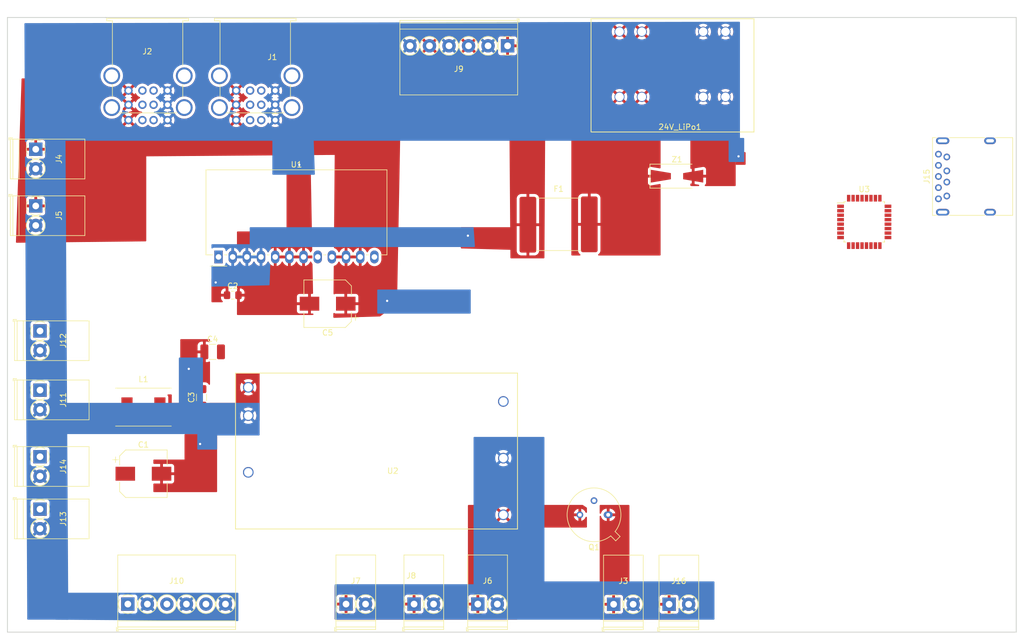
<source format=kicad_pcb>
(kicad_pcb (version 20221018) (generator pcbnew)
  (layers (0 "F.Cu" signal) (31 "B.Cu" signal) (34 "B.Paste" user) (35 "F.Paste" user) (36 "B.SilkS" user "B.Silkscreen") (37 "F.SilkS" user "F.Silkscreen") (38 "B.Mask" user) (39 "F.Mask" user) (44 "Edge.Cuts" user))
  (net 0 "")
  (net 1 "Net-(24V_LiPo1-Pad1)")
  (net 2 "GND")
  (net 3 "24v")
  (net 4 "Net-(C3-Pad1)")
  (net 5 "12v-")
  (net 6 "5v+")
  (net 7 "Net-(J1-Pad2)")
  (net 8 "Net-(J1-Pad3)")
  (net 9 "Net-(J1-Pad5)")
  (net 10 "Net-(J2-Pad2)")
  (net 11 "Net-(J2-Pad3)")
  (net 12 "Net-(J2-Pad5)")
  (net 13 "Net-(J16-Pad1)")
  (net 14 "12v+")
  (net 15 "SDA0_B")
  (net 16 "SDA1_B")
  (net 17 "SCL1_B")
  (net 18 "Net-(J15-Pad10)")
  (footprint "PowerBoardV5:Molex_80A" (layer "F.Cu") (at 142.494 34.036)
    (fp_text reference "24V_LiPo1" (at 10.824 5.412) (layer "F.SilkS"))
    (fp_text value "Battery")
    (pad "1" thru_hole circle (at 0 -11.68) (size 1.8 1.8) (drill 1.52) (layers "*.Cu" "*.Mask") (net 1 "Net-(24V_LiPo1-Pad1)"))
    (pad "1" thru_hole circle (at 0 0) (size 1.8 1.8) (drill 1.52) (layers "*.Cu" "*.Mask") (net 1 "Net-(24V_LiPo1-Pad1)"))
    (pad "1" thru_hole circle (at 4 -11.68) (size 1.8 1.8) (drill 1.52) (layers "*.Cu" "*.Mask") (net 1 "Net-(24V_LiPo1-Pad1)"))
    (pad "1" thru_hole circle (at 4 0) (size 1.8 1.8) (drill 1.52) (layers "*.Cu" "*.Mask") (net 1 "Net-(24V_LiPo1-Pad1)"))
    (pad "2" thru_hole circle (at 15 -11.68) (size 1.8 1.8) (drill 1.52) (layers "*.Cu" "*.Mask") (net 2 "GND"))
    (pad "2" thru_hole circle (at 15 0) (size 1.8 1.8) (drill 1.52) (layers "*.Cu" "*.Mask") (net 2 "GND"))
    (pad "2" thru_hole circle (at 19 -11.68) (size 1.8 1.8) (drill 1.52) (layers "*.Cu" "*.Mask") (net 2 "GND"))
    (pad "2" thru_hole circle (at 19 0) (size 1.8 1.8) (drill 1.52) (layers "*.Cu" "*.Mask") (net 2 "GND"))
  )
  (footprint "Capacitor_SMD:CP_Elec_8x10" (layer "F.Cu") (at 57.15 101.6)
    (fp_text reference "C1" (at 0 -5.2) (layer "F.SilkS"))
    (fp_text value "100uF")
    (pad "1" smd rect (at -3.25 0) (size 3.5 2.5) (layers "F.Cu" "F.Paste" "F.Mask") (net 3 "24v"))
    (pad "2" smd rect (at 3.25 0) (size 3.5 2.5) (layers "F.Cu" "F.Paste" "F.Mask") (net 2 "GND"))
  )
  (footprint "Capacitor_SMD:C_0805_2012Metric_Pad1.15x1.40mm_HandSolder" (layer "F.Cu") (at 73.161 69.596)
    (fp_text reference "C2" (at 0 -1.65) (layer "F.SilkS"))
    (fp_text value "1uF")
    (pad "1" smd roundrect (at -1.025 0) (size 1.15 1.4) (layers "F.Cu" "F.Paste" "F.Mask") (roundrect_rratio 0.217391) (net 3 "24v"))
    (pad "2" smd roundrect (at 1.025 0) (size 1.15 1.4) (layers "F.Cu" "F.Paste" "F.Mask") (roundrect_rratio 0.217391) (net 2 "GND"))
  )
  (footprint "Capacitor_SMD:C_1206_3216Metric_Pad1.42x1.75mm_HandSolder" (layer "F.Cu") (at 67.564 87.9205 90)
    (fp_text reference "C3" (at 0 -1.82 90) (layer "F.SilkS"))
    (fp_text value "6.8uF")
    (pad "1" smd roundrect (at -1.4875 0 90) (size 1.425 1.75) (layers "F.Cu" "F.Paste" "F.Mask") (roundrect_rratio 0.175439) (net 4 "Net-(C3-Pad1)"))
    (pad "2" smd roundrect (at 1.4875 0 90) (size 1.425 1.75) (layers "F.Cu" "F.Paste" "F.Mask") (roundrect_rratio 0.175439) (net 2 "GND"))
  )
  (footprint "Capacitor_SMD:C_1210_3225Metric_Pad1.42x2.65mm_HandSolder" (layer "F.Cu") (at 69.5595 79.756)
    (fp_text reference "C4" (at 0 -2.28) (layer "F.SilkS"))
    (fp_text value "6.8nF")
    (pad "1" smd roundrect (at -1.4875 0) (size 1.425 2.65) (layers "F.Cu" "F.Paste" "F.Mask") (roundrect_rratio 0.175439) (net 2 "GND"))
    (pad "2" smd roundrect (at 1.4875 0) (size 1.425 2.65) (layers "F.Cu" "F.Paste" "F.Mask") (roundrect_rratio 0.175439) (net 5 "12v-"))
  )
  (footprint "Capacitor_SMD:CP_Elec_8x10" (layer "F.Cu") (at 90.17 71.12 180)
    (fp_text reference "C5" (at 0 -5.2 180) (layer "F.SilkS"))
    (fp_text value "100uF")
    (pad "1" smd rect (at -3.25 0 180) (size 3.5 2.5) (layers "F.Cu" "F.Paste" "F.Mask") (net 6 "5v+"))
    (pad "2" smd rect (at 3.25 0 180) (size 3.5 2.5) (layers "F.Cu" "F.Paste" "F.Mask") (net 2 "GND"))
  )
  (footprint "PowerBoardV5:80A_SMD_Fuse" (layer "F.Cu") (at 131.572 56.896)
    (fp_text reference "F1" (at 0 -6.35) (layer "F.SilkS"))
    (fp_text value "80A")
    (pad "1" smd roundrect (at -5.5 0.0635) (size 3 10) (layers "F.Cu" "F.Paste" "F.Mask") (roundrect_rratio 0.119) (net 3 "24v"))
    (pad "2" smd roundrect (at 5.5 0) (size 3 10) (layers "F.Cu" "F.Paste" "F.Mask") (roundrect_rratio 0.119) (net 1 "Net-(24V_LiPo1-Pad1)"))
  )
  (footprint "PowerBoardV5:USB_A_PowerONLY_3Stacked" (layer "F.Cu") (at 80.772 35.56)
    (fp_text reference "J1" (at -0.508 -8.636) (layer "F.SilkS"))
    (fp_text value "Pi+Jet")
    (pad "1" thru_hole circle (at -7 -2.65 180) (size 1.5 1.5) (drill 0.92) (layers "*.Cu" "*.Mask") (net 6 "5v+"))
    (pad "1" thru_hole circle (at -7 -0.1016 180) (size 1.5 1.5) (drill 0.92) (layers "*.Cu" "*.Mask") (net 6 "5v+"))
    (pad "1" thru_hole circle (at -7 2.65 180) (size 1.5 1.5) (drill 0.92) (layers "*.Cu" "*.Mask") (net 6 "5v+"))
    (pad "2" thru_hole circle (at -4.5 -2.65 180) (size 1.5 1.5) (drill 0.92) (layers "*.Cu" "*.Mask") (net 7 "Net-(J1-Pad2)"))
    (pad "2" thru_hole circle (at -4.5 -0.1016 180) (size 1.5 1.5) (drill 0.92) (layers "*.Cu" "*.Mask") (net 7 "Net-(J1-Pad2)"))
    (pad "2" thru_hole circle (at -4.5 2.65 180) (size 1.5 1.5) (drill 0.92) (layers "*.Cu" "*.Mask") (net 7 "Net-(J1-Pad2)"))
    (pad "3" thru_hole circle (at -2.5 -2.65 180) (size 1.5 1.5) (drill 0.92) (layers "*.Cu" "*.Mask") (net 8 "Net-(J1-Pad3)"))
    (pad "3" thru_hole circle (at -2.5 -0.1016 180) (size 1.5 1.5) (drill 0.92) (layers "*.Cu" "*.Mask") (net 8 "Net-(J1-Pad3)"))
    (pad "3" thru_hole circle (at -2.5 2.65 180) (size 1.5 1.5) (drill 0.92) (layers "*.Cu" "*.Mask") (net 8 "Net-(J1-Pad3)"))
    (pad "4" thru_hole circle (at 0 -2.65 180) (size 1.5 1.5) (drill 0.9) (layers "*.Cu" "*.Mask") (net 2 "GND"))
    (pad "4" thru_hole circle (at 0 -0.1016 180) (size 1.5 1.5) (drill 0.9) (layers "*.Cu" "*.Mask") (net 2 "GND"))
    (pad "4" thru_hole circle (at 0 2.65 180) (size 1.5 1.5) (drill 0.9) (layers "*.Cu" "*.Mask") (net 2 "GND"))
    (pad "5" thru_hole circle (at -10 -5.3 180) (size 3 3) (drill 2.3) (layers "*.Cu" "*.Mask") (net 9 "Net-(J1-Pad5)"))
    (pad "5" thru_hole circle (at -10 0.4 180) (size 3 3) (drill 2.3) (layers "*.Cu" "*.Mask") (net 9 "Net-(J1-Pad5)"))
    (pad "5" thru_hole circle (at 3 -5.3 180) (size 3 3) (drill 2.3) (layers "*.Cu" "*.Mask") (net 9 "Net-(J1-Pad5)"))
    (pad "5" thru_hole circle (at 3 0.4 180) (size 3 3) (drill 2.3) (layers "*.Cu" "*.Mask") (net 9 "Net-(J1-Pad5)"))
  )
  (footprint "PowerBoardV5:USB_A_PowerONLY_3Stacked" (layer "F.Cu") (at 61.468 35.56)
    (fp_text reference "J2" (at -3.6195 -9.652) (layer "F.SilkS"))
    (fp_text value "USB xtra")
    (pad "1" thru_hole circle (at -7 -2.65 180) (size 1.5 1.5) (drill 0.92) (layers "*.Cu" "*.Mask") (net 6 "5v+"))
    (pad "1" thru_hole circle (at -7 -0.1016 180) (size 1.5 1.5) (drill 0.92) (layers "*.Cu" "*.Mask") (net 6 "5v+"))
    (pad "1" thru_hole circle (at -7 2.65 180) (size 1.5 1.5) (drill 0.92) (layers "*.Cu" "*.Mask") (net 6 "5v+"))
    (pad "2" thru_hole circle (at -4.5 -2.65 180) (size 1.5 1.5) (drill 0.92) (layers "*.Cu" "*.Mask") (net 10 "Net-(J2-Pad2)"))
    (pad "2" thru_hole circle (at -4.5 -0.1016 180) (size 1.5 1.5) (drill 0.92) (layers "*.Cu" "*.Mask") (net 10 "Net-(J2-Pad2)"))
    (pad "2" thru_hole circle (at -4.5 2.65 180) (size 1.5 1.5) (drill 0.92) (layers "*.Cu" "*.Mask") (net 10 "Net-(J2-Pad2)"))
    (pad "3" thru_hole circle (at -2.5 -2.65 180) (size 1.5 1.5) (drill 0.92) (layers "*.Cu" "*.Mask") (net 11 "Net-(J2-Pad3)"))
    (pad "3" thru_hole circle (at -2.5 -0.1016 180) (size 1.5 1.5) (drill 0.92) (layers "*.Cu" "*.Mask") (net 11 "Net-(J2-Pad3)"))
    (pad "3" thru_hole circle (at -2.5 2.65 180) (size 1.5 1.5) (drill 0.92) (layers "*.Cu" "*.Mask") (net 11 "Net-(J2-Pad3)"))
    (pad "4" thru_hole circle (at 0 -2.65 180) (size 1.5 1.5) (drill 0.9) (layers "*.Cu" "*.Mask") (net 2 "GND"))
    (pad "4" thru_hole circle (at 0 -0.1016 180) (size 1.5 1.5) (drill 0.9) (layers "*.Cu" "*.Mask") (net 2 "GND"))
    (pad "4" thru_hole circle (at 0 2.65 180) (size 1.5 1.5) (drill 0.9) (layers "*.Cu" "*.Mask") (net 2 "GND"))
    (pad "5" thru_hole circle (at -10 -5.3 180) (size 3 3) (drill 2.3) (layers "*.Cu" "*.Mask") (net 12 "Net-(J2-Pad5)"))
    (pad "5" thru_hole circle (at -10 0.4 180) (size 3 3) (drill 2.3) (layers "*.Cu" "*.Mask") (net 12 "Net-(J2-Pad5)"))
    (pad "5" thru_hole circle (at 3 -5.3 180) (size 3 3) (drill 2.3) (layers "*.Cu" "*.Mask") (net 12 "Net-(J2-Pad5)"))
    (pad "5" thru_hole circle (at 3 0.4 180) (size 3 3) (drill 2.3) (layers "*.Cu" "*.Mask") (net 12 "Net-(J2-Pad5)"))
  )
  (footprint "PowerBoardV5:2Pos_Tilt_Pheonix" (layer "F.Cu") (at 141.438177 125.001364)
    (fp_text reference "J3" (at 1.75 -4.16) (layer "F.SilkS"))
    (fp_text value "Fans")
    (pad "1" thru_hole rect (at 0 0) (size 2.4 2.4) (drill 1.2) (layers "*.Cu" "*.Mask") (net 13 "Net-(J16-Pad1)"))
    (pad "2" thru_hole circle (at 3.5 0) (size 2.4 2.4) (drill 1.2) (layers "*.Cu" "*.Mask") (net 5 "12v-"))
  )
  (footprint "PowerBoardV5:2Pos_Tilt_Pheonix" (layer "F.Cu") (at 37.846 43.434 -90)
    (fp_text reference "J4" (at 1.75 -4.16 270) (layer "F.SilkS"))
    (fp_text value "5v xtra")
    (pad "1" thru_hole rect (at 0 0 270) (size 2.4 2.4) (drill 1.2) (layers "*.Cu" "*.Mask") (net 6 "5v+"))
    (pad "2" thru_hole circle (at 3.5 0 270) (size 2.4 2.4) (drill 1.2) (layers "*.Cu" "*.Mask") (net 2 "GND"))
  )
  (footprint "PowerBoardV5:2Pos_Tilt_Pheonix" (layer "F.Cu") (at 37.846 53.594 -90)
    (fp_text reference "J5" (at 1.75 -4.16 270) (layer "F.SilkS"))
    (fp_text value "5v xtra")
    (pad "1" thru_hole rect (at 0 0 270) (size 2.4 2.4) (drill 1.2) (layers "*.Cu" "*.Mask") (net 6 "5v+"))
    (pad "2" thru_hole circle (at 3.5 0 270) (size 2.4 2.4) (drill 1.2) (layers "*.Cu" "*.Mask") (net 2 "GND"))
  )
  (footprint "PowerBoardV5:2Pos_Tilt_Pheonix" (layer "F.Cu") (at 117.094 124.968)
    (fp_text reference "J6" (at 1.75 -4.16) (layer "F.SilkS"))
    (fp_text value "ETH")
    (pad "1" thru_hole rect (at 0 0) (size 2.4 2.4) (drill 1.2) (layers "*.Cu" "*.Mask") (net 14 "12v+"))
    (pad "2" thru_hole circle (at 3.5 0) (size 2.4 2.4) (drill 1.2) (layers "*.Cu" "*.Mask") (net 5 "12v-"))
  )
  (footprint "PowerBoardV5:2Pos_Tilt_Pheonix" (layer "F.Cu") (at 93.472 124.968)
    (fp_text reference "J7" (at 1.75 -4.16) (layer "F.SilkS"))
    (fp_text value "12v xtra")
    (pad "1" thru_hole rect (at 0 0) (size 2.4 2.4) (drill 1.2) (layers "*.Cu" "*.Mask") (net 14 "12v+"))
    (pad "2" thru_hole circle (at 3.5 0) (size 2.4 2.4) (drill 1.2) (layers "*.Cu" "*.Mask") (net 5 "12v-"))
  )
  (footprint "PowerBoardV5:2Pos_Tilt_Pheonix" (layer "F.Cu") (at 105.664 124.968)
    (fp_text reference "J8" (at -0.508 -5.08) (layer "F.SilkS"))
    (fp_text value "12v xtra")
    (pad "1" thru_hole rect (at 0 0) (size 2.4 2.4) (drill 1.2) (layers "*.Cu" "*.Mask") (net 14 "12v+"))
    (pad "2" thru_hole circle (at 3.5 0) (size 2.4 2.4) (drill 1.2) (layers "*.Cu" "*.Mask") (net 5 "12v-"))
  )
  (footprint "PowerBoardV5:6Pos_Tilt_Pheonix" (layer "F.Cu") (at 122.428 24.892 180)
    (fp_text reference "J9" (at 8.75 -4.16 180) (layer "F.SilkS"))
    (fp_text value "Motors Right terminal")
    (pad "1" thru_hole rect (at 0 0 180) (size 2.4 2.4) (drill 1.2) (layers "*.Cu" "*.Mask") (net 3 "24v"))
    (pad "2" thru_hole circle (at 3.5 0 180) (size 2.4 2.4) (drill 1.2) (layers "*.Cu" "*.Mask") (net 2 "GND"))
    (pad "3" thru_hole circle (at 7 0 180) (size 2.4 2.4) (drill 1.2) (layers "*.Cu" "*.Mask") (net 3 "24v"))
    (pad "4" thru_hole circle (at 10.5 0 180) (size 2.4 2.4) (drill 1.2) (layers "*.Cu" "*.Mask") (net 2 "GND"))
    (pad "5" thru_hole circle (at 14 0 180) (size 2.4 2.4) (drill 1.2) (layers "*.Cu" "*.Mask") (net 3 "24v"))
    (pad "6" thru_hole circle (at 17.5 0 180) (size 2.4 2.4) (drill 1.2) (layers "*.Cu" "*.Mask") (net 2 "GND"))
  )
  (footprint "PowerBoardV5:6Pos_Tilt_Pheonix" (layer "F.Cu") (at 54.356 124.968)
    (fp_text reference "J10" (at 8.75 -4.16) (layer "F.SilkS"))
    (fp_text value "Motors left terminal")
    (pad "1" thru_hole rect (at 0 0) (size 2.4 2.4) (drill 1.2) (layers "*.Cu" "*.Mask") (net 3 "24v"))
    (pad "2" thru_hole circle (at 3.5 0) (size 2.4 2.4) (drill 1.2) (layers "*.Cu" "*.Mask") (net 2 "GND"))
    (pad "3" thru_hole circle (at 7 0) (size 2.4 2.4) (drill 1.2) (layers "*.Cu" "*.Mask") (net 3 "24v"))
    (pad "4" thru_hole circle (at 10.5 0) (size 2.4 2.4) (drill 1.2) (layers "*.Cu" "*.Mask") (net 2 "GND"))
    (pad "5" thru_hole circle (at 14 0) (size 2.4 2.4) (drill 1.2) (layers "*.Cu" "*.Mask") (net 3 "24v"))
    (pad "6" thru_hole circle (at 17.5 0) (size 2.4 2.4) (drill 1.2) (layers "*.Cu" "*.Mask") (net 2 "GND"))
  )
  (footprint "PowerBoardV5:2Pos_Tilt_Pheonix" (layer "F.Cu") (at 38.608 86.614 -90)
    (fp_text reference "J11" (at 1.75 -4.16 270) (layer "F.SilkS"))
    (fp_text value "Arm 24v")
    (pad "1" thru_hole rect (at 0 0 270) (size 2.4 2.4) (drill 1.2) (layers "*.Cu" "*.Mask") (net 3 "24v"))
    (pad "2" thru_hole circle (at 3.5 0 270) (size 2.4 2.4) (drill 1.2) (layers "*.Cu" "*.Mask") (net 2 "GND"))
  )
  (footprint "PowerBoardV5:2Pos_Tilt_Pheonix" (layer "F.Cu") (at 38.608 76.002 -90)
    (fp_text reference "J12" (at 1.75 -4.16 270) (layer "F.SilkS"))
    (fp_text value "Fr. Atch 24v")
    (pad "1" thru_hole rect (at 0 0 270) (size 2.4 2.4) (drill 1.2) (layers "*.Cu" "*.Mask") (net 3 "24v"))
    (pad "2" thru_hole circle (at 3.5 0 270) (size 2.4 2.4) (drill 1.2) (layers "*.Cu" "*.Mask") (net 2 "GND"))
  )
  (footprint "PowerBoardV5:2Pos_Tilt_Pheonix" (layer "F.Cu") (at 38.608 107.95 -90)
    (fp_text reference "J13" (at 1.75 -4.16 270) (layer "F.SilkS"))
    (fp_text value "24v xtra")
    (pad "1" thru_hole rect (at 0 0 270) (size 2.4 2.4) (drill 1.2) (layers "*.Cu" "*.Mask") (net 3 "24v"))
    (pad "2" thru_hole circle (at 3.5 0 270) (size 2.4 2.4) (drill 1.2) (layers "*.Cu" "*.Mask") (net 2 "GND"))
  )
  (footprint "PowerBoardV5:2Pos_Tilt_Pheonix" (layer "F.Cu") (at 38.608 98.552 -90)
    (fp_text reference "J14" (at 1.75 -4.16 270) (layer "F.SilkS"))
    (fp_text value "24v xtra")
    (pad "1" thru_hole rect (at 0 0 270) (size 2.4 2.4) (drill 1.2) (layers "*.Cu" "*.Mask") (net 3 "24v"))
    (pad "2" thru_hole circle (at 3.5 0 270) (size 2.4 2.4) (drill 1.2) (layers "*.Cu" "*.Mask") (net 2 "GND"))
  )
  (footprint "Connector_USB:USB3_A_Molex_48393-001" (layer "F.Cu") (at 201.168 51.816 90)
    (fp_text reference "J15" (at 3.5 -3.6 90) (layer "F.SilkS"))
    (fp_text value "USB3_A")
    (pad "1" thru_hole circle (at 0 0 90) (size 1.2 1.2) (drill 0.7) (layers "*.Cu" "*.Mask"))
    (pad "2" thru_hole circle (at 2.5 0 90) (size 1.2 1.2) (drill 0.7) (layers "*.Cu" "*.Mask") (net 15 "SDA0_B"))
    (pad "3" thru_hole circle (at 4.5 0 90) (size 1.2 1.2) (drill 0.7) (layers "*.Cu" "*.Mask") (net 16 "SDA1_B"))
    (pad "4" thru_hole circle (at 7 0 90) (size 1.2 1.2) (drill 0.7) (layers "*.Cu" "*.Mask"))
    (pad "5" thru_hole circle (at 7.5 -1.5 90) (size 1.2 1.2) (drill 0.7) (layers "*.Cu" "*.Mask"))
    (pad "6" thru_hole circle (at 5.5 -1.5 90) (size 1.2 1.2) (drill 0.7) (layers "*.Cu" "*.Mask"))
    (pad "7" thru_hole circle (at 3.5 -1.5 90) (size 1.2 1.2) (drill 0.7) (layers "*.Cu" "*.Mask"))
    (pad "8" thru_hole circle (at 1.5 -1.5 90) (size 1.2 1.2) (drill 0.7) (layers "*.Cu" "*.Mask") (net 17 "SCL1_B"))
    (pad "9" thru_hole circle (at -0.5 -1.5 90) (size 1.2 1.2) (drill 0.7) (layers "*.Cu" "*.Mask"))
    (pad "10" thru_hole oval (at -2.9 -0.75 90) (size 1.2 2.4) (drill oval 0.6 1.7) (layers "*.Cu" "*.Mask") (net 18 "Net-(J15-Pad10)"))
    (pad "10" thru_hole oval (at -2.9 7.75 90) (size 1.2 2.1) (drill oval 0.6 1.4) (layers "*.Cu" "*.Mask") (net 18 "Net-(J15-Pad10)"))
    (pad "10" thru_hole oval (at 9.9 -0.75 90) (size 1.2 2.4) (drill oval 0.6 1.7) (layers "*.Cu" "*.Mask") (net 18 "Net-(J15-Pad10)"))
    (pad "10" thru_hole oval (at 9.9 7.75 90) (size 1.2 2.1) (drill oval 0.6 1.4) (layers "*.Cu" "*.Mask") (net 18 "Net-(J15-Pad10)"))
  )
  (footprint "PowerBoardV5:2Pos_Tilt_Pheonix" (layer "F.Cu") (at 151.384 125.001364)
    (fp_text reference "J16" (at 1.75 -4.16) (layer "F.SilkS"))
    (fp_text value "Fans")
    (pad "1" thru_hole rect (at 0 0) (size 2.4 2.4) (drill 1.2) (layers "*.Cu" "*.Mask") (net 13 "Net-(J16-Pad1)"))
    (pad "2" thru_hole circle (at 3.5 0) (size 2.4 2.4) (drill 1.2) (layers "*.Cu" "*.Mask") (net 5 "12v-"))
  )
  (footprint "PowerBoardV5:Inductor_4.7uH" (layer "F.Cu") (at 57.15 89.662)
    (fp_text reference "L1" (at 0 -5) (layer "F.SilkS"))
    (fp_text value "4.7uH")
    (pad "1" smd rect (at -2.95 0) (size 2 3.5) (layers "F.Cu" "F.Paste" "F.Mask") (net 3 "24v"))
    (pad "2" smd rect (at 2.95 0) (size 2 3.5) (layers "F.Cu" "F.Paste" "F.Mask") (net 4 "Net-(C3-Pad1)"))
  )
  (footprint "Package_TO_SOT_THT:TO-39-3" (layer "F.Cu") (at 140.462 108.966 180)
    (fp_text reference "Q1" (at 2.54 -5.82 180) (layer "F.SilkS"))
    (fp_text value "2N2219")
    (pad "1" thru_hole oval (at 0 0 180) (size 1.6 1.2) (drill 0.7) (layers "*.Cu" "*.Mask") (net 13 "Net-(J16-Pad1)"))
    (pad "2" thru_hole oval (at 2.54 2.54 180) (size 1.2 1.2) (drill 0.7) (layers "*.Cu" "*.Mask"))
    (pad "3" thru_hole oval (at 5.08 0 180) (size 1.2 1.2) (drill 0.7) (layers "*.Cu" "*.Mask") (net 14 "12v+"))
  )
  (footprint "Converter_DCDC:Converter_DCDC_RECOM_R5xxxDA_THT" (layer "F.Cu") (at 70.612 62.738)
    (fp_text reference "U1" (at 13.97 -16.56) (layer "F.SilkS"))
    (fp_text value "R-745")
    (pad "1" thru_hole rect (at 0 0) (size 1.5 2.3) (drill 1) (layers "*.Cu" "*.Mask"))
    (pad "2" thru_hole oval (at 2.54 0) (size 1.5 2.3) (drill 1) (layers "*.Cu" "*.Mask") (net 3 "24v"))
    (pad "3" thru_hole oval (at 5.08 0) (size 1.5 2.3) (drill 1) (layers "*.Cu" "*.Mask") (net 3 "24v"))
    (pad "4" thru_hole oval (at 7.62 0) (size 1.5 2.3) (drill 1) (layers "*.Cu" "*.Mask") (net 3 "24v"))
    (pad "5" thru_hole oval (at 10.16 0) (size 1.5 2.3) (drill 1) (layers "*.Cu" "*.Mask") (net 2 "GND"))
    (pad "6" thru_hole oval (at 12.7 0) (size 1.5 2.3) (drill 1) (layers "*.Cu" "*.Mask") (net 2 "GND"))
    (pad "7" thru_hole oval (at 15.24 0) (size 1.5 2.3) (drill 1) (layers "*.Cu" "*.Mask") (net 2 "GND"))
    (pad "8" thru_hole oval (at 17.78 0) (size 1.5 2.3) (drill 1) (layers "*.Cu" "*.Mask") (net 2 "GND"))
    (pad "9" thru_hole oval (at 20.32 0) (size 1.5 2.3) (drill 1) (layers "*.Cu" "*.Mask") (net 6 "5v+"))
    (pad "10" thru_hole oval (at 22.86 0) (size 1.5 2.3) (drill 1) (layers "*.Cu" "*.Mask") (net 6 "5v+"))
    (pad "11" thru_hole oval (at 25.4 0) (size 1.5 2.3) (drill 1) (layers "*.Cu" "*.Mask") (net 6 "5v+"))
    (pad "12" thru_hole oval (at 27.94 0) (size 1.5 2.3) (drill 1) (layers "*.Cu" "*.Mask"))
  )
  (footprint "PowerBoardV5:RPA60" (layer "F.Cu") (at 75.946 86.106 180)
    (fp_text reference "U2" (at -25.908 -14.986 180) (layer "F.SilkS"))
    (fp_text value "RPA60-2412SFW")
    (pad "1" thru_hole circle (at 0 0) (size 1.9 1.9) (drill 1.5) (layers "*.Cu" "*.Mask") (net 4 "Net-(C3-Pad1)"))
    (pad "2" thru_hole circle (at 0 -5.08) (size 1.9 1.9) (drill 1.5) (layers "*.Cu" "*.Mask") (net 2 "GND"))
    (pad "3" thru_hole circle (at 0 -15.24) (size 1.9 1.9) (drill 1.5) (layers "*.Cu" "*.Mask"))
    (pad "4" thru_hole circle (at -45.72 -2.54) (size 1.9 1.9) (drill 1.5) (layers "*.Cu" "*.Mask"))
    (pad "5" thru_hole circle (at -45.72 -12.7) (size 1.9 1.9) (drill 1.5) (layers "*.Cu" "*.Mask") (net 5 "12v-"))
    (pad "6" thru_hole circle (at -45.72 -22.86) (size 1.9 1.9) (drill 1.5) (layers "*.Cu" "*.Mask") (net 14 "12v+"))
  )
  (footprint "Package_QFP:LQFP-32_7x7mm_P0.8mm" (layer "F.Cu") (at 186.368 56.458)
    (fp_text reference "U3" (at 0 -5.85) (layer "F.SilkS"))
    (fp_text value "STM8S003K3T")
    (pad "1" smd rect (at -4.25 -2.8) (size 1.2 0.6) (layers "F.Cu" "F.Paste" "F.Mask"))
    (pad "2" smd rect (at -4.25 -2) (size 1.2 0.6) (layers "F.Cu" "F.Paste" "F.Mask"))
    (pad "3" smd rect (at -4.25 -1.2) (size 1.2 0.6) (layers "F.Cu" "F.Paste" "F.Mask"))
    (pad "4" smd rect (at -4.25 -0.4) (size 1.2 0.6) (layers "F.Cu" "F.Paste" "F.Mask") (net 2 "GND"))
    (pad "5" smd rect (at -4.25 0.4) (size 1.2 0.6) (layers "F.Cu" "F.Paste" "F.Mask"))
    (pad "6" smd rect (at -4.25 1.2) (size 1.2 0.6) (layers "F.Cu" "F.Paste" "F.Mask"))
    (pad "7" smd rect (at -4.25 2) (size 1.2 0.6) (layers "F.Cu" "F.Paste" "F.Mask") (net 6 "5v+"))
    (pad "8" smd rect (at -4.25 2.8) (size 1.2 0.6) (layers "F.Cu" "F.Paste" "F.Mask") (net 15 "SDA0_B"))
    (pad "9" smd rect (at -2.8 4.25 90) (size 1.2 0.6) (layers "F.Cu" "F.Paste" "F.Mask"))
    (pad "10" smd rect (at -2 4.25 90) (size 1.2 0.6) (layers "F.Cu" "F.Paste" "F.Mask"))
    (pad "11" smd rect (at -1.2 4.25 90) (size 1.2 0.6) (layers "F.Cu" "F.Paste" "F.Mask"))
    (pad "12" smd rect (at -0.4 4.25 90) (size 1.2 0.6) (layers "F.Cu" "F.Paste" "F.Mask"))
    (pad "13" smd rect (at 0.4 4.25 90) (size 1.2 0.6) (layers "F.Cu" "F.Paste" "F.Mask"))
    (pad "14" smd rect (at 1.2 4.25 90) (size 1.2 0.6) (layers "F.Cu" "F.Paste" "F.Mask"))
    (pad "15" smd rect (at 2 4.25 90) (size 1.2 0.6) (layers "F.Cu" "F.Paste" "F.Mask"))
    (pad "16" smd rect (at 2.8 4.25 90) (size 1.2 0.6) (layers "F.Cu" "F.Paste" "F.Mask"))
    (pad "17" smd rect (at 4.25 2.8) (size 1.2 0.6) (layers "F.Cu" "F.Paste" "F.Mask"))
    (pad "18" smd rect (at 4.25 2) (size 1.2 0.6) (layers "F.Cu" "F.Paste" "F.Mask"))
    (pad "19" smd rect (at 4.25 1.2) (size 1.2 0.6) (layers "F.Cu" "F.Paste" "F.Mask"))
    (pad "20" smd rect (at 4.25 0.4) (size 1.2 0.6) (layers "F.Cu" "F.Paste" "F.Mask"))
    (pad "21" smd rect (at 4.25 -0.4) (size 1.2 0.6) (layers "F.Cu" "F.Paste" "F.Mask"))
    (pad "22" smd rect (at 4.25 -1.2) (size 1.2 0.6) (layers "F.Cu" "F.Paste" "F.Mask"))
    (pad "23" smd rect (at 4.25 -2) (size 1.2 0.6) (layers "F.Cu" "F.Paste" "F.Mask") (net 16 "SDA1_B"))
    (pad "24" smd rect (at 4.25 -2.8) (size 1.2 0.6) (layers "F.Cu" "F.Paste" "F.Mask") (net 17 "SCL1_B"))
    (pad "25" smd rect (at 2.8 -4.25 90) (size 1.2 0.6) (layers "F.Cu" "F.Paste" "F.Mask"))
    (pad "26" smd rect (at 2 -4.25 90) (size 1.2 0.6) (layers "F.Cu" "F.Paste" "F.Mask"))
    (pad "27" smd rect (at 1.2 -4.25 90) (size 1.2 0.6) (layers "F.Cu" "F.Paste" "F.Mask"))
    (pad "28" smd rect (at 0.4 -4.25 90) (size 1.2 0.6) (layers "F.Cu" "F.Paste" "F.Mask"))
    (pad "29" smd rect (at -0.4 -4.25 90) (size 1.2 0.6) (layers "F.Cu" "F.Paste" "F.Mask"))
    (pad "30" smd rect (at -1.2 -4.25 90) (size 1.2 0.6) (layers "F.Cu" "F.Paste" "F.Mask"))
    (pad "31" smd rect (at -2 -4.25 90) (size 1.2 0.6) (layers "F.Cu" "F.Paste" "F.Mask"))
    (pad "32" smd rect (at -2.8 -4.25 90) (size 1.2 0.6) (layers "F.Cu" "F.Paste" "F.Mask"))
  )
  (footprint "Diode_SMD:D_SMA-SMB_Universal_Handsoldering" (layer "F.Cu") (at 152.802 48.26)
    (fp_text reference "Z1" (at 0 -3) (layer "F.SilkS"))
    (fp_text value "3w")
    (pad "1" smd trapezoid (at -2.9 0) (size 3.6 1.7) (rect_delta 0.6 0) (layers "F.Cu" "F.Paste" "F.Mask") (net 1 "Net-(24V_LiPo1-Pad1)"))
    (pad "2" smd trapezoid (at 2.9 0 180) (size 3.6 1.7) (rect_delta 0.6 0) (layers "F.Cu" "F.Paste" "F.Mask") (net 2 "GND"))
  )
  (gr_line (start 213.614 130) (end 213.614 19.812) (stroke (width 0.15)) (layer "Edge.Cuts"))
  (gr_line (start 32.766 130) (end 213.614 130) (stroke (width 0.15)) (layer "Edge.Cuts"))
  (gr_line (start 32.766 19.812) (end 32.766 130) (stroke (width 0.15)) (layer "Edge.Cuts"))
  (gr_line (start 50.546 19.812) (end 32.766 19.812) (stroke (width 0.15)) (layer "Edge.Cuts"))
  (gr_line (start 213.614 19.812) (end 50.292 19.812) (stroke (width 0.15)) (layer "Edge.Cuts"))
  (via (at 65.278 82.804) (size 0.8) (drill 0.4) (layers "F.Cu" "B.Cu") (net 2))
  (via (at 67.31 96.266) (size 0.8) (drill 0.4) (layers "F.Cu" "B.Cu") (net 2))
  (via (at 163.83 44.704) (size 0.8) (drill 0.4) (layers "F.Cu" "B.Cu") (net 2))
  (via (at 85.09 46.228) (size 0.8) (drill 0.4) (layers "F.Cu" "B.Cu") (net 2))
  (via (at 70.104 67.31) (size 0.8) (drill 0.4) (layers "F.Cu" "B.Cu") (net 3))
  (via (at 115.316 58.928) (size 0.8) (drill 0.4) (layers "F.Cu" "B.Cu") (net 3))
  (via (at 100.838 70.612) (size 0.8) (drill 0.4) (layers "F.Cu" "B.Cu") (net 6))
  (zone (net 13) (net_name "Net-(J16-Pad1)") (layer "F.Cu") (connect_pads (clearance 0.508)) (min_thickness 0.254) (fill yes (thermal_gap 0.508) (thermal_bridge_width 0.508))
    (polygon (pts (xy 138.938 107.188) (xy 138.938 127.762) (xy 155.194 127.762) (xy 155.194 121.666) (xy 144.272 121.666) (xy 144.272 107.188)))
  )
  (zone (net 2) (net_name "GND") (layer "F.Cu") (connect_pads (clearance 0.508)) (min_thickness 0.254) (fill yes (thermal_gap 0.508) (thermal_bridge_width 0.508))
    (polygon (pts (xy 87.63 73.152) (xy 73.914 73.152) (xy 73.914 58.166) (xy 82.804 58.166) (xy 82.804 49.022) (xy 82.804 45.72) (xy 87.122 45.72)))
  )
  (zone (net 3) (net_name "24v") (layer "F.Cu") (connect_pads (clearance 0.508)) (min_thickness 0.254) (fill yes (thermal_gap 0.508) (thermal_bridge_width 0.508))
    (polygon (pts (xy 129.032 62.992) (xy 122.936 62.992) (xy 122.682 28.956) (xy 105.664 28.956) (xy 105.664 21.59) (xy 129.286 21.59)))
  )
  (zone (net 4) (net_name "Net-(C3-Pad1)") (layer "F.Cu") (connect_pads (clearance 0.508)) (min_thickness 0.254) (fill yes (thermal_gap 0.508) (thermal_bridge_width 0.508))
    (polygon (pts (xy 77.978 83.566) (xy 77.978 92.202) (xy 58.674 92.202) (xy 58.674 87.376) (xy 62.23 87.376) (xy 62.23 88.9) (xy 73.66 88.9) (xy 73.66 83.566)))
  )
  (zone (net 2) (net_name "GND") (layer "F.Cu") (connect_pads (clearance 0.508)) (min_thickness 0.254) (fill yes (thermal_gap 0.508) (thermal_bridge_width 0.508))
    (polygon (pts (xy 70.358 94.488) (xy 64.516 94.488) (xy 64.516 99.06) (xy 58.928 99.06) (xy 58.928 104.902) (xy 70.358 104.902)))
  )
  (zone (net 14) (net_name "12v+") (layer "F.Cu") (connect_pads (clearance 0.508)) (min_thickness 0.254) (fill yes (thermal_gap 0.508) (thermal_bridge_width 0.508))
    (polygon (pts (xy 136.652 107.696) (xy 136.652 111.252) (xy 124.206 111.252) (xy 124.206 127.762) (xy 91.44 127.762) (xy 91.44 121.666) (xy 115.316 121.666) (xy 115.316 107.188) (xy 135.89 107.188)))
  )
  (zone (net 3) (net_name "24v") (layer "F.Cu") (connect_pads (clearance 0.508)) (min_thickness 0.254) (fill yes (thermal_gap 0.508) (thermal_bridge_width 0.508))
    (polygon (pts (xy 71.882 70.866) (xy 69.342 70.866) (xy 69.342 66.548) (xy 71.882 66.548) (xy 72.39 66.548) (xy 72.39 70.866)))
  )
  (zone (net 1) (net_name "Net-(24V_LiPo1-Pad1)") (layer "F.Cu") (connect_pads (clearance 0.508)) (min_thickness 0.254) (fill yes (thermal_gap 0.508) (thermal_bridge_width 0.508))
    (polygon (pts (xy 139.446 20.828) (xy 149.86 20.828) (xy 149.86 62.484) (xy 133.858 62.484) (xy 133.858 20.828)))
  )
  (zone (net 2) (net_name "GND") (layer "F.Cu") (connect_pads (clearance 0.508)) (min_thickness 0.254) (fill yes (thermal_gap 0.508) (thermal_bridge_width 0.508))
    (polygon (pts (xy 163.322 43.942) (xy 165.1 43.942) (xy 165.1 46.228) (xy 163.322 46.228)))
  )
  (zone (net 6) (net_name "5v+") (layer "F.Cu") (connect_pads (clearance 0.508)) (min_thickness 0.254) (fill yes (thermal_gap 0.508) (thermal_bridge_width 0.508))
    (polygon (pts (xy 99.568 73.406) (xy 102.616 71.12) (xy 103.378 30.734) (xy 35.306 30.734) (xy 34.29 60.198) (xy 57.658 59.944) (xy 57.658 44.704) (xy 91.186 44.45) (xy 91.44 44.45) (xy 91.186 73.66)))
  )
  (zone (net 3) (net_name "24v") (layer "F.Cu") (connect_pads (clearance 0.508)) (min_thickness 0.254) (fill yes (thermal_gap 0.508) (thermal_bridge_width 0.508))
    (polygon (pts (xy 122.936 57.404) (xy 114.046 57.404) (xy 114.046 61.214) (xy 123.19 61.468)))
  )
  (zone (net 2) (net_name "GND") (layer "F.Cu") (connect_pads (clearance 0.508)) (min_thickness 0.254) (fill yes (thermal_gap 0.508) (thermal_bridge_width 0.508))
    (polygon (pts (xy 155.194 20.828) (xy 163.322 20.828) (xy 163.322 50.038) (xy 155.194 50.038)))
  )
  (zone (net 2) (net_name "GND") (layer "F.Cu") (connect_pads (clearance 0.508)) (min_thickness 0.254) (fill yes (thermal_gap 0.508) (thermal_bridge_width 0.508))
    (polygon (pts (xy 65.786 86.614) (xy 69.088 86.614) (xy 69.088 77.47) (xy 63.754 77.47) (xy 63.754 86.614)))
  )
  (zone (net 2) (net_name "GND") (layer "B.Cu") (connect_pads (clearance 0.508)) (min_thickness 0.254) (fill yes (thermal_gap 0.508) (thermal_bridge_width 0.508))
    (polygon (pts (xy 80.264 41.656) (xy 80.264 48.006) (xy 87.884 48.006) (xy 87.63 40.64) (xy 80.264 40.64)))
  )
  (zone (net 6) (net_name "5v+") (layer "B.Cu") (connect_pads (clearance 0.508)) (min_thickness 0.254) (fill yes (thermal_gap 0.508) (thermal_bridge_width 0.508))
    (polygon (pts (xy 99.06 68.58) (xy 99.06 72.898) (xy 115.824 72.898) (xy 115.824 68.58)))
  )
  (zone (net 2) (net_name "GND") (layer "B.Cu") (connect_pads (clearance 0.508)) (min_thickness 0.254) (fill yes (thermal_gap 0.508) (thermal_bridge_width 0.508))
    (polygon (pts (xy 43.688 122.936) (xy 74.168 122.936) (xy 74.168 128.016) (xy 41.402 127.762) (xy 41.402 122.936)))
  )
  (zone (net 2) (net_name "GND") (layer "B.Cu") (connect_pads (clearance 0.508)) (min_thickness 0.254) (fill yes (thermal_gap 0.508) (thermal_bridge_width 0.508))
    (polygon (pts (xy 162.052 41.402) (xy 162.052 45.72) (xy 164.846 45.72) (xy 164.846 41.402)))
  )
  (zone (net 5) (net_name "12v-") (layer "B.Cu") (connect_pads (clearance 0.508)) (min_thickness 0.254) (fill yes (thermal_gap 0.508) (thermal_bridge_width 0.508))
    (polygon (pts (xy 91.44 121.412) (xy 91.44 127.762) (xy 159.512 127.762) (xy 159.512 120.904) (xy 129.032 120.904) (xy 129.032 94.996) (xy 116.332 94.996) (xy 116.332 121.412)))
  )
  (zone (net 2) (net_name "GND") (layer "B.Cu") (connect_pads (clearance 0.508)) (min_thickness 0.254) (fill yes (thermal_gap 0.508) (thermal_bridge_width 0.508))
    (polygon (pts (xy 36.322 127.762) (xy 43.688 127.762) (xy 43.18 41.91) (xy 164.084 41.91) (xy 164.084 20.574) (xy 35.814 20.828)))
  )
  (zone (net 3) (net_name "24v") (layer "B.Cu") (connect_pads (clearance 0.508)) (min_thickness 0.254) (fill yes (thermal_gap 0.508) (thermal_bridge_width 0.508))
    (polygon (pts (xy 69.342 68.072) (xy 69.342 60.452) (xy 76.2 60.452) (xy 76.2 57.404) (xy 116.332 57.404) (xy 116.586 60.96) (xy 80.01 60.96) (xy 79.756 67.818)))
  )
  (zone (net 2) (net_name "GND") (layer "B.Cu") (connect_pads (clearance 0.508)) (min_thickness 0.254) (fill yes (thermal_gap 0.508) (thermal_bridge_width 0.508))
    (polygon (pts (xy 77.978 88.9) (xy 77.978 94.742) (xy 70.358 94.742) (xy 70.358 97.282) (xy 66.802 97.282) (xy 66.802 94.488) (xy 41.402 94.488) (xy 41.402 88.9) (xy 63.5 88.9) (xy 63.5 80.772) (xy 67.818 80.772) (xy 67.818 88.9)))
  )
)
</source>
